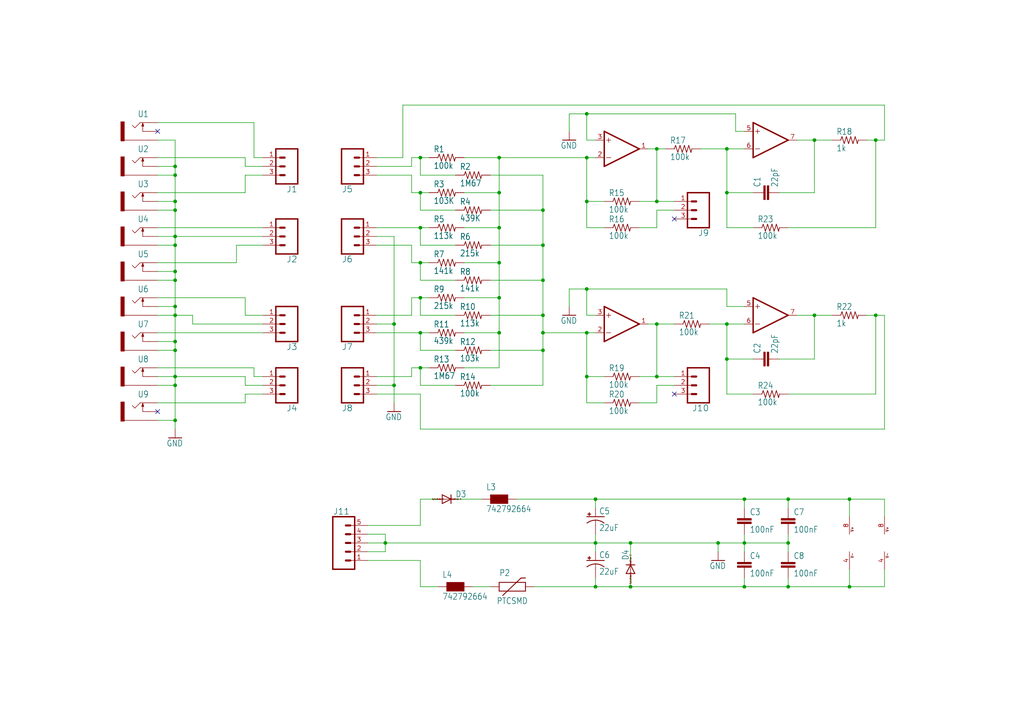
<source format=kicad_sch>
(kicad_sch (version 20231120) (generator "eeschema") (generator_version "8.0")
  (paper "A4")
  (lib_symbols
    (symbol "TXn_v1.2-eagle-import:CAP0603-CAP"
      (property "Reference" "C" (at 1.524 2.921 0))
      (symbol "CAP0603-CAP_1_0"
        (rectangle (start -2.032 0.508) (end 2.032 1.016) (fill (type outline)))
        (rectangle (start -2.032 1.524) (end 2.032 2.032) (fill (type outline)))
        (polyline (pts (xy 0 0) (xy 0 0.508)) (stroke (width 0.1524)))
        (polyline (pts (xy 0 2.54) (xy 0 2.032)) (stroke (width 0.1524)))
        (pin passive line (at 0 5.08 270) (length 2.54) (name "1") (number "1"))
        (pin passive line (at 0 -2.54 90) (length 2.54) (name "2") (number "2"))
      )
    )
    (symbol "TXn_v1.2-eagle-import:CONN_031X03_NO_SILK"
      (property "Reference" "J" (at -2.54 5.588 0))
      (symbol "CONN_031X03_NO_SILK_1_0"
        (polyline (pts (xy -2.54 5.08) (xy -2.54 -5.08)) (stroke (width 0.4064)))
        (polyline (pts (xy -2.54 5.08) (xy 3.81 5.08)) (stroke (width 0.4064)))
        (polyline (pts (xy 1.27 -2.54) (xy 2.54 -2.54)) (stroke (width 0.6096)))
        (polyline (pts (xy 1.27 0) (xy 2.54 0)) (stroke (width 0.6096)))
        (polyline (pts (xy 1.27 2.54) (xy 2.54 2.54)) (stroke (width 0.6096)))
        (polyline (pts (xy 3.81 -5.08) (xy -2.54 -5.08)) (stroke (width 0.4064)))
        (polyline (pts (xy 3.81 -5.08) (xy 3.81 5.08)) (stroke (width 0.4064)))
        (pin passive line (at 7.62 -2.54 180) (length 5.08) (name "1") (number "1"))
        (pin passive line (at 7.62 0 180) (length 5.08) (name "2") (number "2"))
        (pin passive line (at 7.62 2.54 180) (length 5.08) (name "3") (number "3"))
      )
    )
    (symbol "TXn_v1.2-eagle-import:CONN_05NO_SILK"
      (property "Reference" "J" (at -2.54 8.128 0))
      (symbol "CONN_05NO_SILK_1_0"
        (polyline (pts (xy -2.54 7.62) (xy -2.54 -7.62)) (stroke (width 0.4064)))
        (polyline (pts (xy -2.54 7.62) (xy 3.81 7.62)) (stroke (width 0.4064)))
        (polyline (pts (xy 1.27 -5.08) (xy 2.54 -5.08)) (stroke (width 0.6096)))
        (polyline (pts (xy 1.27 -2.54) (xy 2.54 -2.54)) (stroke (width 0.6096)))
        (polyline (pts (xy 1.27 0) (xy 2.54 0)) (stroke (width 0.6096)))
        (polyline (pts (xy 1.27 2.54) (xy 2.54 2.54)) (stroke (width 0.6096)))
        (polyline (pts (xy 1.27 5.08) (xy 2.54 5.08)) (stroke (width 0.6096)))
        (polyline (pts (xy 3.81 -7.62) (xy -2.54 -7.62)) (stroke (width 0.4064)))
        (polyline (pts (xy 3.81 -7.62) (xy 3.81 7.62)) (stroke (width 0.4064)))
        (pin passive line (at 7.62 -5.08 180) (length 5.08) (name "1") (number "1"))
        (pin passive line (at 7.62 -2.54 180) (length 5.08) (name "2") (number "2"))
        (pin passive line (at 7.62 0 180) (length 5.08) (name "3") (number "3"))
        (pin passive line (at 7.62 2.54 180) (length 5.08) (name "4") (number "4"))
        (pin passive line (at 7.62 5.08 180) (length 5.08) (name "5") (number "5"))
      )
    )
    (symbol "TXn_v1.2-eagle-import:CPOL-USB"
      (property "Reference" "C" (at 1.016 0.635 0))
      (symbol "CPOL-USB_1_0"
        (rectangle (start -2.253 0.668) (end -1.364 0.795) (fill (type outline)))
        (rectangle (start -1.872 0.287) (end -1.745 1.176) (fill (type outline)))
        (arc (start 0 -1.0161) (mid -1.3021 -1.2303) (end -2.4669 -1.8504) (stroke (width 0.254)))
        (polyline (pts (xy -2.54 0) (xy 2.54 0)) (stroke (width 0.254)))
        (polyline (pts (xy 0 -1.016) (xy 0 -2.54)) (stroke (width 0.1524)))
        (arc (start 2.4892 -1.8541) (mid 1.3158 -1.2194) (end 0 -1) (stroke (width 0.254)))
        (pin passive line (at 0 2.54 270) (length 2.54) (name "+") (number "+"))
        (pin passive line (at 0 -5.08 90) (length 2.54) (name "-") (number "-"))
      )
    )
    (symbol "TXn_v1.2-eagle-import:DIODE-SOD123"
      (property "Reference" "D" (at 2.54 0.4826 0))
      (symbol "DIODE-SOD123_1_0"
        (polyline (pts (xy -1.27 -1.27) (xy 1.27 0)) (stroke (width 0.254)))
        (polyline (pts (xy -1.27 1.27) (xy -1.27 -1.27)) (stroke (width 0.254)))
        (polyline (pts (xy 1.27 0) (xy -1.27 1.27)) (stroke (width 0.254)))
        (polyline (pts (xy 1.27 0) (xy 1.27 -1.27)) (stroke (width 0.254)))
        (polyline (pts (xy 1.27 1.27) (xy 1.27 0)) (stroke (width 0.254)))
        (text "SpiceOrder 1" (at -2.54 0 0) (effects (font (size 0.4064 0.3454))))
        (text "SpiceOrder 2" (at 2.54 0 0) (effects (font (size 0.4064 0.3454))))
        (pin passive line (at -2.54 0 0) (length 2.54) (name "A") (number "A"))
        (pin passive line (at 2.54 0 180) (length 2.54) (name "C") (number "C"))
      )
    )
    (symbol "TXn_v1.2-eagle-import:GND" (power)
      (symbol "GND_1_0"
        (polyline (pts (xy -1.905 0) (xy 1.905 0)) (stroke (width 0.254)))
        (pin power_in line (at 0 2.54 270) (length 2.54) (name "GND") (number "1"))
      )
    )
    (symbol "TXn_v1.2-eagle-import:PTCSMD"
      (property "Reference" "F" (at -2.54 3.048 0))
      (symbol "PTCSMD_1_0"
        (polyline (pts (xy -2.54 -1.27) (xy -2.54 1.27)) (stroke (width 0.254)))
        (polyline (pts (xy -2.54 1.27) (xy 5.08 1.27)) (stroke (width 0.254)))
        (polyline (pts (xy -1.524 -2.54) (xy 3.81 2.54)) (stroke (width 0.254)))
        (polyline (pts (xy 3.81 2.54) (xy 5.08 2.54)) (stroke (width 0.254)))
        (polyline (pts (xy 5.08 -1.27) (xy -2.54 -1.27)) (stroke (width 0.254)))
        (polyline (pts (xy 5.08 1.27) (xy 5.08 -1.27)) (stroke (width 0.254)))
        (pin bidirectional line (at -5.08 0 0) (length 2.54) (name "1") (number "1"))
        (pin bidirectional line (at 7.62 0 180) (length 2.54) (name "2") (number "2"))
      )
    )
    (symbol "TXn_v1.2-eagle-import:R-US_R0603"
      (property "Reference" "R" (at -3.81 1.4986 0))
      (symbol "R-US_R0603_1_0"
        (polyline (pts (xy -2.54 0) (xy -2.159 1.016)) (stroke (width 0.2032)))
        (polyline (pts (xy -2.159 1.016) (xy -1.524 -1.016)) (stroke (width 0.2032)))
        (polyline (pts (xy -1.524 -1.016) (xy -0.889 1.016)) (stroke (width 0.2032)))
        (polyline (pts (xy -0.889 1.016) (xy -0.254 -1.016)) (stroke (width 0.2032)))
        (polyline (pts (xy -0.254 -1.016) (xy 0.381 1.016)) (stroke (width 0.2032)))
        (polyline (pts (xy 0.381 1.016) (xy 1.016 -1.016)) (stroke (width 0.2032)))
        (polyline (pts (xy 1.016 -1.016) (xy 1.651 1.016)) (stroke (width 0.2032)))
        (polyline (pts (xy 1.651 1.016) (xy 2.286 -1.016)) (stroke (width 0.2032)))
        (polyline (pts (xy 2.286 -1.016) (xy 2.54 0)) (stroke (width 0.2032)))
        (pin passive line (at -5.08 0 0) (length 2.54) (name "1") (number "1"))
        (pin passive line (at 5.08 0 180) (length 2.54) (name "2") (number "2"))
      )
    )
    (symbol "TXn_v1.2-eagle-import:SparkFun-Aesthetics_GND" (power)
      (symbol "SparkFun-Aesthetics_GND_1_0"
        (polyline (pts (xy -1.905 0) (xy 1.905 0)) (stroke (width 0.254)))
        (pin power_in line (at 0 2.54 270) (length 2.54) (name "GND") (number "1"))
      )
    )
    (symbol "TXn_v1.2-eagle-import:THONKICONNLEFT"
      (property "Reference" "U" (at -2.54 4.064 0))
      (symbol "THONKICONNLEFT_1_0"
        (polyline (pts (xy -2.54 -2.54) (xy 4.572 -2.54)) (stroke (width 0.1524)))
        (polyline (pts (xy -2.54 0) (xy -0.762 0)) (stroke (width 0.1524)))
        (polyline (pts (xy -2.54 2.54) (xy 0 2.54)) (stroke (width 0.1524)))
        (polyline (pts (xy -1.016 1.524) (xy -0.508 1.524)) (stroke (width 0.254)))
        (polyline (pts (xy -0.762 0) (xy -0.762 2.286)) (stroke (width 0.1524)))
        (polyline (pts (xy -0.762 2.286) (xy -1.016 1.524)) (stroke (width 0.254)))
        (polyline (pts (xy -0.508 1.524) (xy -0.762 2.286)) (stroke (width 0.254)))
        (polyline (pts (xy 0 2.54) (xy 1.524 1.016)) (stroke (width 0.1524)))
        (polyline (pts (xy 1.524 1.016) (xy 2.286 1.778)) (stroke (width 0.1524)))
        (rectangle (start 4.572 2.794) (end 5.588 -2.794) (fill (type outline)))
        (pin passive line (at -5.08 2.54 0) (length 2.54) (name "TIP") (number "P$1_TIP"))
        (pin passive line (at -5.08 0 0) (length 2.54) (name "SWITCH") (number "P$2_SWITCH"))
        (pin passive line (at -5.08 -2.54 0) (length 2.54) (name "SLEEVE") (number "P$3_SLEEVE"))
      )
    )
    (symbol "TXn_v1.2-eagle-import:TL072D"
      (symbol "TL072D_1_0"
        (polyline (pts (xy -5.08 -5.08) (xy 5.08 0)) (stroke (width 0.4064)))
        (polyline (pts (xy -5.08 5.08) (xy -5.08 -5.08)) (stroke (width 0.4064)))
        (polyline (pts (xy -4.445 -2.54) (xy -3.175 -2.54)) (stroke (width 0.1524)))
        (polyline (pts (xy -4.445 2.54) (xy -3.175 2.54)) (stroke (width 0.1524)))
        (polyline (pts (xy -3.81 3.175) (xy -3.81 1.905)) (stroke (width 0.1524)))
        (polyline (pts (xy 5.08 0) (xy -5.08 5.08)) (stroke (width 0.4064)))
        (pin output line (at 7.62 0 180) (length 2.54) (name "OUT") (number "1"))
        (pin input line (at -7.62 -2.54 0) (length 2.54) (name "-IN") (number "2"))
        (pin input line (at -7.62 2.54 0) (length 2.54) (name "+IN") (number "3"))
      )
      (symbol "TL072D_2_0"
        (polyline (pts (xy -5.08 -5.08) (xy 5.08 0)) (stroke (width 0.4064)))
        (polyline (pts (xy -5.08 5.08) (xy -5.08 -5.08)) (stroke (width 0.4064)))
        (polyline (pts (xy -4.445 -2.54) (xy -3.175 -2.54)) (stroke (width 0.1524)))
        (polyline (pts (xy -4.445 2.54) (xy -3.175 2.54)) (stroke (width 0.1524)))
        (polyline (pts (xy -3.81 3.175) (xy -3.81 1.905)) (stroke (width 0.1524)))
        (polyline (pts (xy 5.08 0) (xy -5.08 5.08)) (stroke (width 0.4064)))
        (pin input line (at -7.62 2.54 0) (length 2.54) (name "+IN") (number "5"))
        (pin input line (at -7.62 -2.54 0) (length 2.54) (name "-IN") (number "6"))
        (pin output line (at 7.62 0 180) (length 2.54) (name "OUT") (number "7"))
      )
      (symbol "TL072D_3_0"
        (text "V+" (at 1.27 3.175 900) (effects (font (size 0.8128 0.6908)) (justify left bottom)))
        (text "V-" (at 1.27 -4.445 900) (effects (font (size 0.8128 0.6908)) (justify left bottom)))
        (pin power_in line (at 0 -7.62 90) (length 5.08) (name "V-") (number "4"))
        (pin power_in line (at 0 7.62 270) (length 5.08) (name "V+") (number "8"))
      )
    )
    (symbol "TXn_v1.2-eagle-import:WE-CBF_0603"
      (property "Reference" "L" (at -3.81 5.08 0))
      (symbol "WE-CBF_0603_1_0"
        (rectangle (start -2.54 1.27) (end 2.54 3.81) (fill (type outline)))
        (pin passive line (at -5.08 2.54 0) (length 2.54) (name "1") (number "1"))
        (pin passive line (at 5.08 2.54 180) (length 2.54) (name "2") (number "2"))
      )
    )
  )
  (junction (at 50.8 101.6))
  (junction (at 50.8 99.06))
  (junction (at 190.5 93.98))
  (junction (at 254 40.64))
  (junction (at 190.5 43.18))
  (junction (at 172.72 157.48))
  (junction (at 144.78 86.36))
  (junction (at 210.82 43.18))
  (junction (at 144.78 55.88))
  (junction (at 50.8 68.58))
  (junction (at 50.8 88.9))
  (junction (at 157.48 91.44))
  (junction (at 50.8 71.12))
  (junction (at 190.5 109.22))
  (junction (at 170.18 109.22))
  (junction (at 50.8 91.44))
  (junction (at 144.78 45.72))
  (junction (at 121.92 76.2))
  (junction (at 228.6 170.18))
  (junction (at 157.48 101.6))
  (junction (at 157.48 96.52))
  (junction (at 210.82 104.14))
  (junction (at 182.88 157.48))
  (junction (at 236.22 40.64))
  (junction (at 144.78 96.52))
  (junction (at 236.22 91.44))
  (junction (at 215.9 157.48))
  (junction (at 114.3 111.76))
  (junction (at 50.8 50.8))
  (junction (at 246.38 144.78))
  (junction (at 50.8 121.92))
  (junction (at 50.8 109.22))
  (junction (at 121.92 66.04))
  (junction (at 170.18 96.52))
  (junction (at 208.28 157.48))
  (junction (at 121.92 96.52))
  (junction (at 228.6 157.48))
  (junction (at 121.92 45.72))
  (junction (at 172.72 144.78))
  (junction (at 50.8 111.76))
  (junction (at 50.8 58.42))
  (junction (at 121.92 55.88))
  (junction (at 246.38 170.18))
  (junction (at 50.8 78.74))
  (junction (at 114.3 93.98))
  (junction (at 121.92 86.36))
  (junction (at 50.8 60.96))
  (junction (at 215.9 170.18))
  (junction (at 50.8 48.26))
  (junction (at 210.82 93.98))
  (junction (at 170.18 58.42))
  (junction (at 254 91.44))
  (junction (at 182.88 170.18))
  (junction (at 111.76 157.48))
  (junction (at 157.48 60.96))
  (junction (at 144.78 76.2))
  (junction (at 170.18 83.82))
  (junction (at 228.6 144.78))
  (junction (at 50.8 81.28))
  (junction (at 157.48 81.28))
  (junction (at 157.48 71.12))
  (junction (at 210.82 55.88))
  (junction (at 172.72 170.18))
  (junction (at 215.9 144.78))
  (junction (at 121.92 106.68))
  (junction (at 144.78 66.04))
  (junction (at 190.5 58.42))
  (junction (at 170.18 33.02))
  (junction (at 170.18 45.72))
  (no_connect (at 195.58 114.3))
  (no_connect (at 195.58 63.5))
  (no_connect (at 45.72 38.1))
  (no_connect (at 45.72 119.38))
  (wire (pts (xy 210.82 88.9) (xy 210.82 83.82)) (stroke (width 0.1524)))
  (wire (pts (xy 45.72 121.92) (xy 50.8 121.92)) (stroke (width 0.1524)))
  (wire (pts (xy 73.66 106.68) (xy 73.66 109.22)) (stroke (width 0.1524)))
  (wire (pts (xy 210.82 66.04) (xy 218.44 66.04)) (stroke (width 0.1524)))
  (wire (pts (xy 50.8 99.06) (xy 50.8 101.6)) (stroke (width 0.1524)))
  (wire (pts (xy 185.42 116.84) (xy 190.5 116.84)) (stroke (width 0.1524)))
  (wire (pts (xy 190.5 60.96) (xy 195.58 60.96)) (stroke (width 0.1524)))
  (wire (pts (xy 256.54 124.46) (xy 121.92 124.46)) (stroke (width 0.1524)))
  (wire (pts (xy 134.62 96.52) (xy 144.78 96.52)) (stroke (width 0.1524)))
  (wire (pts (xy 190.5 111.76) (xy 195.58 111.76)) (stroke (width 0.1524)))
  (wire (pts (xy 228.6 157.48) (xy 228.6 154.94)) (stroke (width 0.1524)))
  (wire (pts (xy 121.92 71.12) (xy 132.08 71.12)) (stroke (width 0.1524)))
  (wire (pts (xy 208.28 157.48) (xy 215.9 157.48)) (stroke (width 0.1524)))
  (wire (pts (xy 121.92 86.36) (xy 124.46 86.36)) (stroke (width 0.1524)))
  (wire (pts (xy 109.22 45.72) (xy 116.84 45.72)) (stroke (width 0.1524)))
  (wire (pts (xy 236.22 40.64) (xy 241.3 40.64)) (stroke (width 0.1524)))
  (wire (pts (xy 215.9 147.32) (xy 215.9 144.78)) (stroke (width 0.1524)))
  (wire (pts (xy 170.18 33.02) (xy 213.36 33.02)) (stroke (width 0.1524)))
  (wire (pts (xy 111.76 154.94) (xy 106.68 154.94)) (stroke (width 0.1524)))
  (wire (pts (xy 256.54 170.18) (xy 256.54 165.1)) (stroke (width 0.1524)))
  (wire (pts (xy 254 40.64) (xy 251.46 40.64)) (stroke (width 0.1524)))
  (wire (pts (xy 45.72 96.52) (xy 76.2 96.52)) (stroke (width 0.1524)))
  (wire (pts (xy 121.92 111.76) (xy 132.08 111.76)) (stroke (width 0.1524)))
  (wire (pts (xy 228.6 66.04) (xy 254 66.04)) (stroke (width 0.1524)))
  (wire (pts (xy 45.72 111.76) (xy 50.8 111.76)) (stroke (width 0.1524)))
  (wire (pts (xy 121.92 81.28) (xy 132.08 81.28)) (stroke (width 0.1524)))
  (wire (pts (xy 228.6 170.18) (xy 228.6 167.64)) (stroke (width 0.1524)))
  (wire (pts (xy 121.92 86.36) (xy 121.92 91.44)) (stroke (width 0.1524)))
  (wire (pts (xy 157.48 71.12) (xy 157.48 81.28)) (stroke (width 0.1524)))
  (wire (pts (xy 142.24 81.28) (xy 157.48 81.28)) (stroke (width 0.1524)))
  (wire (pts (xy 45.72 48.26) (xy 50.8 48.26)) (stroke (width 0.1524)))
  (wire (pts (xy 157.48 91.44) (xy 157.48 96.52)) (stroke (width 0.1524)))
  (wire (pts (xy 121.92 106.68) (xy 121.92 111.76)) (stroke (width 0.1524)))
  (wire (pts (xy 190.5 109.22) (xy 190.5 93.98)) (stroke (width 0.1524)))
  (wire (pts (xy 109.22 71.12) (xy 119.38 71.12)) (stroke (width 0.1524)))
  (wire (pts (xy 170.18 58.42) (xy 170.18 66.04)) (stroke (width 0.1524)))
  (wire (pts (xy 121.92 45.72) (xy 121.92 50.8)) (stroke (width 0.1524)))
  (wire (pts (xy 228.6 144.78) (xy 228.6 147.32)) (stroke (width 0.1524)))
  (wire (pts (xy 50.8 68.58) (xy 50.8 71.12)) (stroke (width 0.1524)))
  (wire (pts (xy 45.72 101.6) (xy 50.8 101.6)) (stroke (width 0.1524)))
  (wire (pts (xy 50.8 78.74) (xy 50.8 81.28)) (stroke (width 0.1524)))
  (wire (pts (xy 210.82 55.88) (xy 210.82 66.04)) (stroke (width 0.1524)))
  (wire (pts (xy 50.8 40.64) (xy 50.8 48.26)) (stroke (width 0.1524)))
  (wire (pts (xy 228.6 157.48) (xy 228.6 160.02)) (stroke (width 0.1524)))
  (wire (pts (xy 149.86 144.78) (xy 172.72 144.78)) (stroke (width 0.1524)))
  (wire (pts (xy 182.88 157.48) (xy 172.72 157.48)) (stroke (width 0.1524)))
  (wire (pts (xy 236.22 55.88) (xy 236.22 40.64)) (stroke (width 0.1524)))
  (wire (pts (xy 142.24 91.44) (xy 157.48 91.44)) (stroke (width 0.1524)))
  (wire (pts (xy 226.06 55.88) (xy 236.22 55.88)) (stroke (width 0.1524)))
  (wire (pts (xy 119.38 76.2) (xy 121.92 76.2)) (stroke (width 0.1524)))
  (wire (pts (xy 144.78 55.88) (xy 144.78 66.04)) (stroke (width 0.1524)))
  (wire (pts (xy 210.82 104.14) (xy 218.44 104.14)) (stroke (width 0.1524)))
  (wire (pts (xy 170.18 91.44) (xy 170.18 83.82)) (stroke (width 0.1524)))
  (wire (pts (xy 172.72 144.78) (xy 215.9 144.78)) (stroke (width 0.1524)))
  (wire (pts (xy 121.92 50.8) (xy 132.08 50.8)) (stroke (width 0.1524)))
  (wire (pts (xy 231.14 40.64) (xy 236.22 40.64)) (stroke (width 0.1524)))
  (wire (pts (xy 45.72 88.9) (xy 50.8 88.9)) (stroke (width 0.1524)))
  (wire (pts (xy 157.48 101.6) (xy 157.48 111.76)) (stroke (width 0.1524)))
  (wire (pts (xy 45.72 99.06) (xy 50.8 99.06)) (stroke (width 0.1524)))
  (wire (pts (xy 182.88 170.18) (xy 215.9 170.18)) (stroke (width 0.1524)))
  (wire (pts (xy 182.88 167.64) (xy 182.88 170.18)) (stroke (width 0.1524)))
  (wire (pts (xy 210.82 93.98) (xy 215.9 93.98)) (stroke (width 0.1524)))
  (wire (pts (xy 119.38 106.68) (xy 121.92 106.68)) (stroke (width 0.1524)))
  (wire (pts (xy 157.48 96.52) (xy 170.18 96.52)) (stroke (width 0.1524)))
  (wire (pts (xy 45.72 40.64) (xy 50.8 40.64)) (stroke (width 0.1524)))
  (wire (pts (xy 114.3 111.76) (xy 114.3 116.84)) (stroke (width 0.1524)))
  (wire (pts (xy 71.12 45.72) (xy 71.12 48.26)) (stroke (width 0.1524)))
  (wire (pts (xy 121.92 66.04) (xy 121.92 71.12)) (stroke (width 0.1524)))
  (wire (pts (xy 170.18 83.82) (xy 165.1 83.82)) (stroke (width 0.1524)))
  (wire (pts (xy 55.88 93.98) (xy 76.2 93.98)) (stroke (width 0.1524)))
  (wire (pts (xy 121.92 91.44) (xy 132.08 91.44)) (stroke (width 0.1524)))
  (wire (pts (xy 106.68 162.56) (xy 121.92 162.56)) (stroke (width 0.1524)))
  (wire (pts (xy 121.92 170.18) (xy 127 170.18)) (stroke (width 0.1524)))
  (wire (pts (xy 106.68 157.48) (xy 111.76 157.48)) (stroke (width 0.1524)))
  (wire (pts (xy 170.18 40.64) (xy 170.18 33.02)) (stroke (width 0.1524)))
  (wire (pts (xy 208.28 157.48) (xy 208.28 160.02)) (stroke (width 0.1524)))
  (wire (pts (xy 170.18 96.52) (xy 170.18 109.22)) (stroke (width 0.1524)))
  (wire (pts (xy 109.22 68.58) (xy 114.3 68.58)) (stroke (width 0.1524)))
  (wire (pts (xy 73.66 35.56) (xy 45.72 35.56)) (stroke (width 0.1524)))
  (wire (pts (xy 134.62 76.2) (xy 144.78 76.2)) (stroke (width 0.1524)))
  (wire (pts (xy 68.58 76.2) (xy 68.58 71.12)) (stroke (width 0.1524)))
  (wire (pts (xy 119.38 45.72) (xy 121.92 45.72)) (stroke (width 0.1524)))
  (wire (pts (xy 50.8 109.22) (xy 50.8 111.76)) (stroke (width 0.1524)))
  (wire (pts (xy 109.22 114.3) (xy 121.92 114.3)) (stroke (width 0.1524)))
  (wire (pts (xy 185.42 66.04) (xy 190.5 66.04)) (stroke (width 0.1524)))
  (wire (pts (xy 121.92 144.78) (xy 121.92 152.4)) (stroke (width 0.1524)))
  (wire (pts (xy 121.92 55.88) (xy 121.92 60.96)) (stroke (width 0.1524)))
  (wire (pts (xy 73.66 109.22) (xy 76.2 109.22)) (stroke (width 0.1524)))
  (wire (pts (xy 170.18 96.52) (xy 172.72 96.52)) (stroke (width 0.1524)))
  (wire (pts (xy 231.14 91.44) (xy 236.22 91.44)) (stroke (width 0.1524)))
  (wire (pts (xy 170.18 58.42) (xy 175.26 58.42)) (stroke (width 0.1524)))
  (wire (pts (xy 71.12 91.44) (xy 76.2 91.44)) (stroke (width 0.1524)))
  (wire (pts (xy 144.78 66.04) (xy 144.78 76.2)) (stroke (width 0.1524)))
  (wire (pts (xy 190.5 116.84) (xy 190.5 111.76)) (stroke (width 0.1524)))
  (wire (pts (xy 121.92 66.04) (xy 124.46 66.04)) (stroke (width 0.1524)))
  (wire (pts (xy 114.3 68.58) (xy 114.3 93.98)) (stroke (width 0.1524)))
  (wire (pts (xy 213.36 38.1) (xy 215.9 38.1)) (stroke (width 0.1524)))
  (wire (pts (xy 170.18 45.72) (xy 144.78 45.72)) (stroke (width 0.1524)))
  (wire (pts (xy 50.8 60.96) (xy 50.8 68.58)) (stroke (width 0.1524)))
  (wire (pts (xy 121.92 162.56) (xy 121.92 170.18)) (stroke (width 0.1524)))
  (wire (pts (xy 144.78 76.2) (xy 144.78 86.36)) (stroke (width 0.1524)))
  (wire (pts (xy 210.82 55.88) (xy 218.44 55.88)) (stroke (width 0.1524)))
  (wire (pts (xy 45.72 91.44) (xy 50.8 91.44)) (stroke (width 0.1524)))
  (wire (pts (xy 114.3 93.98) (xy 114.3 111.76)) (stroke (width 0.1524)))
  (wire (pts (xy 119.38 86.36) (xy 121.92 86.36)) (stroke (width 0.1524)))
  (wire (pts (xy 71.12 55.88) (xy 71.12 50.8)) (stroke (width 0.1524)))
  (wire (pts (xy 228.6 170.18) (xy 246.38 170.18)) (stroke (width 0.1524)))
  (wire (pts (xy 165.1 83.82) (xy 165.1 88.9)) (stroke (width 0.1524)))
  (wire (pts (xy 256.54 30.48) (xy 116.84 30.48)) (stroke (width 0.1524)))
  (wire (pts (xy 210.82 43.18) (xy 215.9 43.18)) (stroke (width 0.1524)))
  (wire (pts (xy 121.92 144.78) (xy 127 144.78)) (stroke (width 0.1524)))
  (wire (pts (xy 144.78 45.72) (xy 144.78 55.88)) (stroke (width 0.1524)))
  (wire (pts (xy 45.72 58.42) (xy 50.8 58.42)) (stroke (width 0.1524)))
  (wire (pts (xy 109.22 109.22) (xy 119.38 109.22)) (stroke (width 0.1524)))
  (wire (pts (xy 256.54 40.64) (xy 256.54 30.48)) (stroke (width 0.1524)))
  (wire (pts (xy 215.9 157.48) (xy 215.9 160.02)) (stroke (width 0.1524)))
  (wire (pts (xy 208.28 157.48) (xy 182.88 157.48)) (stroke (width 0.1524)))
  (wire (pts (xy 111.76 157.48) (xy 111.76 154.94)) (stroke (width 0.1524)))
  (wire (pts (xy 76.2 111.76) (xy 71.12 111.76)) (stroke (width 0.1524)))
  (wire (pts (xy 157.48 96.52) (xy 157.48 101.6)) (stroke (width 0.1524)))
  (wire (pts (xy 109.22 48.26) (xy 119.38 48.26)) (stroke (width 0.1524)))
  (wire (pts (xy 71.12 114.3) (xy 76.2 114.3)) (stroke (width 0.1524)))
  (wire (pts (xy 210.82 114.3) (xy 218.44 114.3)) (stroke (width 0.1524)))
  (wire (pts (xy 210.82 104.14) (xy 210.82 114.3)) (stroke (width 0.1524)))
  (wire (pts (xy 50.8 48.26) (xy 50.8 50.8)) (stroke (width 0.1524)))
  (wire (pts (xy 50.8 91.44) (xy 55.88 91.44)) (stroke (width 0.1524)))
  (wire (pts (xy 134.62 55.88) (xy 144.78 55.88)) (stroke (width 0.1524)))
  (wire (pts (xy 109.22 111.76) (xy 114.3 111.76)) (stroke (width 0.1524)))
  (wire (pts (xy 215.9 170.18) (xy 228.6 170.18)) (stroke (width 0.1524)))
  (wire (pts (xy 157.48 50.8) (xy 157.48 60.96)) (stroke (width 0.1524)))
  (wire (pts (xy 170.18 33.02) (xy 165.1 33.02)) (stroke (width 0.1524)))
  (wire (pts (xy 55.88 91.44) (xy 55.88 93.98)) (stroke (width 0.1524)))
  (wire (pts (xy 170.18 109.22) (xy 175.26 109.22)) (stroke (width 0.1524)))
  (wire (pts (xy 109.22 96.52) (xy 121.92 96.52)) (stroke (width 0.1524)))
  (wire (pts (xy 132.08 144.78) (xy 139.7 144.78)) (stroke (width 0.1524)))
  (wire (pts (xy 144.78 96.52) (xy 144.78 106.68)) (stroke (width 0.1524)))
  (wire (pts (xy 185.42 109.22) (xy 190.5 109.22)) (stroke (width 0.1524)))
  (wire (pts (xy 251.46 91.44) (xy 254 91.44)) (stroke (width 0.1524)))
  (wire (pts (xy 256.54 144.78) (xy 256.54 149.86)) (stroke (width 0.1524)))
  (wire (pts (xy 119.38 48.26) (xy 119.38 45.72)) (stroke (width 0.1524)))
  (wire (pts (xy 215.9 167.64) (xy 215.9 170.18)) (stroke (width 0.1524)))
  (wire (pts (xy 50.8 68.58) (xy 76.2 68.58)) (stroke (width 0.1524)))
  (wire (pts (xy 71.12 86.36) (xy 71.12 91.44)) (stroke (width 0.1524)))
  (wire (pts (xy 50.8 71.12) (xy 50.8 78.74)) (stroke (width 0.1524)))
  (wire (pts (xy 119.38 91.44) (xy 119.38 86.36)) (stroke (width 0.1524)))
  (wire (pts (xy 170.18 45.72) (xy 170.18 58.42)) (stroke (width 0.1524)))
  (wire (pts (xy 121.92 152.4) (xy 106.68 152.4)) (stroke (width 0.1524)))
  (wire (pts (xy 172.72 144.78) (xy 172.72 147.32)) (stroke (width 0.1524)))
  (wire (pts (xy 215.9 88.9) (xy 210.82 88.9)) (stroke (width 0.1524)))
  (wire (pts (xy 71.12 50.8) (xy 76.2 50.8)) (stroke (width 0.1524)))
  (wire (pts (xy 236.22 91.44) (xy 241.3 91.44)) (stroke (width 0.1524)))
  (wire (pts (xy 45.72 81.28) (xy 50.8 81.28)) (stroke (width 0.1524)))
  (wire (pts (xy 116.84 45.72) (xy 116.84 30.48)) (stroke (width 0.1524)))
  (wire (pts (xy 109.22 93.98) (xy 114.3 93.98)) (stroke (width 0.1524)))
  (wire (pts (xy 142.24 60.96) (xy 157.48 60.96)) (stroke (width 0.1524)))
  (wire (pts (xy 254 114.3) (xy 254 91.44)) (stroke (width 0.1524)))
  (wire (pts (xy 256.54 91.44) (xy 256.54 124.46)) (stroke (width 0.1524)))
  (wire (pts (xy 210.82 43.18) (xy 210.82 55.88)) (stroke (width 0.1524)))
  (wire (pts (xy 142.24 111.76) (xy 157.48 111.76)) (stroke (width 0.1524)))
  (wire (pts (xy 50.8 109.22) (xy 71.12 109.22)) (stroke (width 0.1524)))
  (wire (pts (xy 109.22 66.04) (xy 121.92 66.04)) (stroke (width 0.1524)))
  (wire (pts (xy 144.78 86.36) (xy 144.78 96.52)) (stroke (width 0.1524)))
  (wire (pts (xy 215.9 157.48) (xy 228.6 157.48)) (stroke (width 0.1524)))
  (wire (pts (xy 45.72 116.84) (xy 71.12 116.84)) (stroke (width 0.1524)))
  (wire (pts (xy 134.62 86.36) (xy 144.78 86.36)) (stroke (width 0.1524)))
  (wire (pts (xy 119.38 109.22) (xy 119.38 106.68)) (stroke (width 0.1524)))
  (wire (pts (xy 236.22 104.14) (xy 236.22 91.44)) (stroke (width 0.1524)))
  (wire (pts (xy 205.74 93.98) (xy 210.82 93.98)) (stroke (width 0.1524)))
  (wire (pts (xy 119.38 55.88) (xy 121.92 55.88)) (stroke (width 0.1524)))
  (wire (pts (xy 50.8 50.8) (xy 50.8 58.42)) (stroke (width 0.1524)))
  (wire (pts (xy 50.8 81.28) (xy 50.8 88.9)) (stroke (width 0.1524)))
  (wire (pts (xy 170.18 116.84) (xy 175.26 116.84)) (stroke (width 0.1524)))
  (wire (pts (xy 109.22 91.44) (xy 119.38 91.44)) (stroke (width 0.1524)))
  (wire (pts (xy 50.8 88.9) (xy 50.8 91.44)) (stroke (width 0.1524)))
  (wire (pts (xy 154.94 170.18) (xy 172.72 170.18)) (stroke (width 0.1524)))
  (wire (pts (xy 45.72 68.58) (xy 50.8 68.58)) (stroke (width 0.1524)))
  (wire (pts (xy 45.72 71.12) (xy 50.8 71.12)) (stroke (width 0.1524)))
  (wire (pts (xy 213.36 33.02) (xy 213.36 38.1)) (stroke (width 0.1524)))
  (wire (pts (xy 71.12 116.84) (xy 71.12 114.3)) (stroke (width 0.1524)))
  (wire (pts (xy 170.18 109.22) (xy 170.18 116.84)) (stroke (width 0.1524)))
  (wire (pts (xy 45.72 60.96) (xy 50.8 60.96)) (stroke (width 0.1524)))
  (wire (pts (xy 172.72 45.72) (xy 170.18 45.72)) (stroke (width 0.1524)))
  (wire (pts (xy 190.5 58.42) (xy 190.5 43.18)) (stroke (width 0.1524)))
  (wire (pts (xy 45.72 76.2) (xy 68.58 76.2)) (stroke (width 0.1524)))
  (wire (pts (xy 210.82 93.98) (xy 210.82 104.14)) (stroke (width 0.1524)))
  (wire (pts (xy 121.92 60.96) (xy 132.08 60.96)) (stroke (width 0.1524)))
  (wire (pts (xy 137.16 170.18) (xy 142.24 170.18)) (stroke (width 0.1524)))
  (wire (pts (xy 142.24 50.8) (xy 157.48 50.8)) (stroke (width 0.1524)))
  (wire (pts (xy 203.2 43.18) (xy 210.82 43.18)) (stroke (width 0.1524)))
  (wire (pts (xy 172.72 167.64) (xy 172.72 170.18)) (stroke (width 0.1524)))
  (wire (pts (xy 134.62 45.72) (xy 144.78 45.72)) (stroke (width 0.1524)))
  (wire (pts (xy 119.38 50.8) (xy 119.38 55.88)) (stroke (width 0.1524)))
  (wire (pts (xy 45.72 106.68) (xy 73.66 106.68)) (stroke (width 0.1524)))
  (wire (pts (xy 187.96 93.98) (xy 190.5 93.98)) (stroke (width 0.1524)))
  (wire (pts (xy 121.92 76.2) (xy 124.46 76.2)) (stroke (width 0.1524)))
  (wire (pts (xy 142.24 101.6) (xy 157.48 101.6)) (stroke (width 0.1524)))
  (wire (pts (xy 210.82 83.82) (xy 170.18 83.82)) (stroke (width 0.1524)))
  (wire (pts (xy 111.76 160.02) (xy 111.76 157.48)) (stroke (width 0.1524)))
  (wire (pts (xy 185.42 58.42) (xy 190.5 58.42)) (stroke (width 0.1524)))
  (wire (pts (xy 165.1 33.02) (xy 165.1 38.1)) (stroke (width 0.1524)))
  (wire (pts (xy 190.5 109.22) (xy 195.58 109.22)) (stroke (width 0.1524)))
  (wire (pts (xy 71.12 48.26) (xy 76.2 48.26)) (stroke (width 0.1524)))
  (wire (pts (xy 254 40.64) (xy 256.54 40.64)) (stroke (width 0.1524)))
  (wire (pts (xy 254 66.04) (xy 254 40.64)) (stroke (width 0.1524)))
  (wire (pts (xy 172.72 170.18) (xy 182.88 170.18)) (stroke (width 0.1524)))
  (wire (pts (xy 45.72 50.8) (xy 50.8 50.8)) (stroke (width 0.1524)))
  (wire (pts (xy 45.72 78.74) (xy 50.8 78.74)) (stroke (width 0.1524)))
  (wire (pts (xy 172.72 160.02) (xy 172.72 157.48)) (stroke (width 0.1524)))
  (wire (pts (xy 142.24 71.12) (xy 157.48 71.12)) (stroke (width 0.1524)))
  (wire (pts (xy 76.2 45.72) (xy 73.66 45.72)) (stroke (width 0.1524)))
  (wire (pts (xy 121.92 114.3) (xy 121.92 124.46)) (stroke (width 0.1524)))
  (wire (pts (xy 254 91.44) (xy 256.54 91.44)) (stroke (width 0.1524)))
  (wire (pts (xy 215.9 157.48) (xy 215.9 154.94)) (stroke (width 0.1524)))
  (wire (pts (xy 121.92 101.6) (xy 132.08 101.6)) (stroke (width 0.1524)))
  (wire (pts (xy 119.38 71.12) (xy 119.38 76.2)) (stroke (width 0.1524)))
  (wire (pts (xy 190.5 93.98) (xy 195.58 93.98)) (stroke (width 0.1524)))
  (wire (pts (xy 68.58 71.12) (xy 76.2 71.12)) (stroke (width 0.1524)))
  (wire (pts (xy 121.92 96.52) (xy 124.46 96.52)) (stroke (width 0.1524)))
  (wire (pts (xy 134.62 106.68) (xy 144.78 106.68)) (stroke (width 0.1524)))
  (wire (pts (xy 121.92 55.88) (xy 124.46 55.88)) (stroke (width 0.1524)))
  (wire (pts (xy 157.48 60.96) (xy 157.48 71.12)) (stroke (width 0.1524)))
  (wire (pts (xy 45.72 66.04) (xy 76.2 66.04)) (stroke (width 0.1524)))
  (wire (pts (xy 45.72 45.72) (xy 71.12 45.72)) (stroke (width 0.1524)))
  (wire (pts (xy 109.22 50.8) (xy 119.38 50.8)) (stroke (width 0.1524)))
  (wire (pts (xy 246.38 144.78) (xy 256.54 144.78)) (stroke (width 0.1524)))
  (wire (pts (xy 246.38 170.18) (xy 246.38 165.1)) (stroke (width 0.1524)))
  (wire (pts (xy 50.8 111.76) (xy 50.8 121.92)) (stroke (width 0.1524)))
  (wire (pts (xy 50.8 101.6) (xy 50.8 109.22)) (stroke (width 0.1524)))
  (wire (pts (xy 170.18 66.04) (xy 175.26 66.04)) (stroke (width 0.1524)))
  (wire (pts (xy 172.72 91.44) (xy 170.18 91.44)) (stroke (width 0.1524)))
  (wire (pts (xy 50.8 121.92) (xy 50.8 124.46)) (stroke (width 0.1524)))
  (wire (pts (xy 190.5 43.18) (xy 193.04 43.18)) (stroke (width 0.1524)))
  (wire (pts (xy 121.92 96.52) (xy 121.92 101.6)) (stroke (width 0.1524)))
  (wire (pts (xy 228.6 114.3) (xy 254 114.3)) (stroke (width 0.1524)))
  (wire (pts (xy 134.62 66.04) (xy 144.78 66.04)) (stroke (width 0.1524)))
  (wire (pts (xy 226.06 104.14) (xy 236.22 104.14)) (stroke (width 0.1524)))
  (wire (pts (xy 172.72 40.64) (xy 170.18 40.64)) (stroke (width 0.1524)))
  (wire (pts (xy 172.72 154.94) (xy 172.72 157.48)) (stroke (width 0.1524)))
  (wire (pts (xy 71.12 111.76) (xy 71.12 109.22)) (stroke (width 0.1524)))
  (wire (pts (xy 172.72 157.48) (xy 111.76 157.48)) (stroke (width 0.1524)))
  (wire (pts (xy 45.72 109.22) (xy 50.8 109.22)) (stroke (width 0.1524)))
  (wire (pts (xy 187.96 43.18) (xy 190.5 43.18)) (stroke (width 0.1524)))
  (wire (pts (xy 246.38 170.18) (xy 256.54 170.18)) (stroke (width 0.1524)))
  (wire (pts (xy 45.72 86.36) (xy 71.12 86.36)) (stroke (width 0.1524)))
  (wire (pts (xy 50.8 91.44) (xy 50.8 99.06)) (stroke (width 0.1524)))
  (wire (pts (xy 121.92 106.68) (xy 124.46 106.68)) (stroke (width 0.1524)))
  (wire (pts (xy 121.92 76.2) (xy 121.92 81.28)) (stroke (width 0.1524)))
  (wire (pts (xy 195.58 58.42) (xy 190.5 58.42)) (stroke (width 0.1524)))
  (wire (pts (xy 190.5 66.04) (xy 190.5 60.96)) (stroke (width 0.1524)))
  (wire (pts (xy 73.66 45.72) (xy 73.66 35.56)) (stroke (width 0.1524)))
  (wire (pts (xy 157.48 81.28) (xy 157.48 91.44)) (stroke (width 0.1524)))
  (wire (pts (xy 45.72 55.88) (xy 71.12 55.88)) (stroke (width 0.1524)))
  (wire (pts (xy 246.38 149.86) (xy 246.38 144.78)) (stroke (width 0.1524)))
  (wire (pts (xy 121.92 45.72) (xy 124.46 45.72)) (stroke (width 0.1524)))
  (wire (pts (xy 106.68 160.02) (xy 111.76 160.02)) (stroke (width 0.1524)))
  (wire (pts (xy 50.8 58.42) (xy 50.8 60.96)) (stroke (width 0.1524)))
  (wire (pts (xy 215.9 144.78) (xy 228.6 144.78)) (stroke (width 0.1524)))
  (wire (pts (xy 182.88 162.56) (xy 182.88 157.48)) (stroke (width 0.1524)))
  (wire (pts (xy 228.6 144.78) (xy 246.38 144.78)) (stroke (width 0.1524)))
  (symbol (lib_id "TXn_v1.2-eagle-import:CONN_031X03_NO_SILK") (at 83.82 93.98 180) (unit 1)
    (property "Reference" "J3" (at 86.36 99.568 0) (effects (font (size 1.778 1.778)) (justify left bottom)))
    (property "Value" "CONN_031X03_NO_SILK" (effects (hide yes)))
    (property "Footprint" "TXn_v1.2:1X03_NO_SILK" (effects (hide yes)))
  )
  (symbol (lib_id "TXn_v1.2-eagle-import:CONN_031X03_NO_SILK") (at 101.6 48.26 0) (mirror x) (unit 1)
    (property "Reference" "J5" (at 99.06 53.848 0) (effects (font (size 1.778 1.778)) (justify left bottom)))
    (property "Value" "CONN_031X03_NO_SILK" (effects (hide yes)))
    (property "Footprint" "TXn_v1.2:1X03_NO_SILK" (effects (hide yes)))
  )
  (symbol (lib_id "TXn_v1.2-eagle-import:CONN_031X03_NO_SILK") (at 203.2 111.76 180) (unit 1)
    (property "Reference" "J10" (at 205.74 117.348 0) (effects (font (size 1.778 1.778)) (justify left bottom)))
    (property "Value" "CONN_031X03_NO_SILK" (effects (hide yes)))
    (property "Footprint" "TXn_v1.2:1X03_NO_SILK" (effects (hide yes)))
  )
  (symbol (lib_id "TXn_v1.2-eagle-import:THONKICONNLEFT") (at 40.64 119.38 0) (mirror y) (unit 1)
    (property "Reference" "U9" (at 43.18 115.316 0) (effects (font (size 1.778 1.5113)) (justify left bottom)))
    (property "Value" "THONKICONNLEFT" (effects (hide yes)))
    (property "Footprint" "TXn_v1.2:WQP-PJ301M-12_JACK_L" (effects (hide yes)))
  )
  (symbol (lib_id "TXn_v1.2-eagle-import:THONKICONNLEFT") (at 40.64 99.06 0) (mirror y) (unit 1)
    (property "Reference" "U7" (at 43.18 94.996 0) (effects (font (size 1.778 1.5113)) (justify left bottom)))
    (property "Value" "THONKICONNLEFT" (effects (hide yes)))
    (property "Footprint" "TXn_v1.2:WQP-PJ301M-12_JACK_L" (effects (hide yes)))
  )
  (symbol (lib_id "TXn_v1.2-eagle-import:GND") (at 50.8 127 0) (unit 1)
    (property "Reference" "#GND01" (effects (hide yes)))
    (property "Value" "GND" (at 48.26 129.54 0) (effects (font (size 1.778 1.5113)) (justify left bottom)))
  )
  (symbol (lib_id "TXn_v1.2-eagle-import:R-US_R0603") (at 137.16 111.76 0) (unit 1)
    (property "Reference" "R14" (at 133.35 110.2614 0) (effects (font (size 1.778 1.5113)) (justify left bottom)))
    (property "Value" "100k" (at 133.35 115.062 0) (effects (font (size 1.778 1.5113)) (justify left bottom)))
    (property "Footprint" "TXn_v1.2:R0603" (effects (hide yes)))
  )
  (symbol (lib_id "TXn_v1.2-eagle-import:R-US_R0603") (at 137.16 50.8 0) (unit 1)
    (property "Reference" "R2" (at 133.35 49.3014 0) (effects (font (size 1.778 1.5113)) (justify left bottom)))
    (property "Value" "1M67" (at 133.35 54.102 0) (effects (font (size 1.778 1.5113)) (justify left bottom)))
    (property "Footprint" "TXn_v1.2:R0603" (effects (hide yes)))
  )
  (symbol (lib_id "TXn_v1.2-eagle-import:R-US_R0603") (at 137.16 101.6 0) (unit 1)
    (property "Reference" "R12" (at 133.35 100.1014 0) (effects (font (size 1.778 1.5113)) (justify left bottom)))
    (property "Value" "103k" (at 133.35 104.902 0) (effects (font (size 1.778 1.5113)) (justify left bottom)))
    (property "Footprint" "TXn_v1.2:R0603" (effects (hide yes)))
  )
  (symbol (lib_id "TXn_v1.2-eagle-import:R-US_R0603") (at 246.38 40.64 0) (unit 1)
    (property "Reference" "R18" (at 242.57 39.1414 0) (effects (font (size 1.778 1.5113)) (justify left bottom)))
    (property "Value" "1k" (at 242.57 43.942 0) (effects (font (size 1.778 1.5113)) (justify left bottom)))
    (property "Footprint" "TXn_v1.2:R0603" (effects (hide yes)))
  )
  (symbol (lib_id "TXn_v1.2-eagle-import:WE-CBF_0603") (at 132.08 172.72 0) (unit 1)
    (property "Reference" "L4" (at 128.27 167.64 0) (effects (font (size 1.778 1.5113)) (justify left bottom)))
    (property "Value" "742792664" (at 128.27 173.99 0) (effects (font (size 1.778 1.5113)) (justify left bottom)))
    (property "Footprint" "TXn_v1.2:0603" (effects (hide yes)))
  )
  (symbol (lib_id "TXn_v1.2-eagle-import:CONN_031X03_NO_SILK") (at 83.82 48.26 180) (unit 1)
    (property "Reference" "J1" (at 86.36 53.848 0) (effects (font (size 1.778 1.778)) (justify left bottom)))
    (property "Value" "CONN_031X03_NO_SILK" (effects (hide yes)))
    (property "Footprint" "TXn_v1.2:1X03_NO_SILK" (effects (hide yes)))
  )
  (symbol (lib_id "TXn_v1.2-eagle-import:WE-CBF_0603") (at 144.78 147.32 0) (unit 1)
    (property "Reference" "L3" (at 140.97 142.24 0) (effects (font (size 1.778 1.5113)) (justify left bottom)))
    (property "Value" "742792664" (at 140.97 148.59 0) (effects (font (size 1.778 1.5113)) (justify left bottom)))
    (property "Footprint" "TXn_v1.2:0603" (effects (hide yes)))
  )
  (symbol (lib_id "TXn_v1.2-eagle-import:CAP0603-CAP") (at 228.6 165.1 0) (unit 1)
    (property "Reference" "C8" (at 230.124 162.179 0) (effects (font (size 1.778 1.5113)) (justify left bottom)))
    (property "Value" "100nF" (at 230.124 167.259 0) (effects (font (size 1.778 1.5113)) (justify left bottom)))
    (property "Footprint" "TXn_v1.2:0603-CAP" (effects (hide yes)))
  )
  (symbol (lib_id "TXn_v1.2-eagle-import:R-US_R0603") (at 223.52 66.04 0) (unit 1)
    (property "Reference" "R23" (at 219.71 64.5414 0) (effects (font (size 1.778 1.5113)) (justify left bottom)))
    (property "Value" "100k" (at 219.71 69.342 0) (effects (font (size 1.778 1.5113)) (justify left bottom)))
    (property "Footprint" "TXn_v1.2:R0603" (effects (hide yes)))
  )
  (symbol (lib_id "TXn_v1.2-eagle-import:GND") (at 114.3 119.38 0) (unit 1)
    (property "Reference" "#GND02" (effects (hide yes)))
    (property "Value" "GND" (at 111.76 121.92 0) (effects (font (size 1.778 1.5113)) (justify left bottom)))
  )
  (symbol (lib_id "TXn_v1.2-eagle-import:THONKICONNLEFT") (at 40.64 38.1 0) (mirror y) (unit 1)
    (property "Reference" "U1" (at 43.18 34.036 0) (effects (font (size 1.778 1.5113)) (justify left bottom)))
    (property "Value" "THONKICONNLEFT" (effects (hide yes)))
    (property "Footprint" "TXn_v1.2:WQP-PJ301M-12_JACK_L" (effects (hide yes)))
  )
  (symbol (lib_id "TXn_v1.2-eagle-import:TL072D") (at 246.38 157.48 0) (unit 3)
    (property "Reference" "IC1" (effects (hide yes)))
    (property "Value" "LME49720" (effects (hide yes)))
    (property "Footprint" "TXn_v1.2:SO08" (effects (hide yes)))
    (property "SPICEPREFIX" "J" (effects (hide yes)))
  )
  (symbol (lib_id "TXn_v1.2-eagle-import:R-US_R0603") (at 223.52 114.3 0) (unit 1)
    (property "Reference" "R24" (at 219.71 112.8014 0) (effects (font (size 1.778 1.5113)) (justify left bottom)))
    (property "Value" "100k" (at 219.71 117.602 0) (effects (font (size 1.778 1.5113)) (justify left bottom)))
    (property "Footprint" "TXn_v1.2:R0603" (effects (hide yes)))
  )
  (symbol (lib_id "TXn_v1.2-eagle-import:R-US_R0603") (at 180.34 66.04 0) (unit 1)
    (property "Reference" "R16" (at 176.53 64.5414 0) (effects (font (size 1.778 1.5113)) (justify left bottom)))
    (property "Value" "100k" (at 176.53 69.342 0) (effects (font (size 1.778 1.5113)) (justify left bottom)))
    (property "Footprint" "TXn_v1.2:R0603" (effects (hide yes)))
  )
  (symbol (lib_id "TXn_v1.2-eagle-import:TL072D") (at 180.34 93.98 0) (unit 1)
    (property "Reference" "IC2" (effects (hide yes)))
    (property "Value" "LME49720" (effects (hide yes)))
    (property "Footprint" "TXn_v1.2:SO08" (effects (hide yes)))
  )
  (symbol (lib_id "TXn_v1.2-eagle-import:DIODE-SOD123") (at 129.54 144.78 0) (unit 1)
    (property "Reference" "D3" (at 132.08 144.2974 0) (effects (font (size 1.778 1.5113)) (justify left bottom)))
    (property "Value" "DIODE-SOD123" (effects (hide yes)))
    (property "Footprint" "TXn_v1.2:SOD123" (effects (hide yes)))
  )
  (symbol (lib_id "TXn_v1.2-eagle-import:R-US_R0603") (at 198.12 43.18 0) (unit 1)
    (property "Reference" "R17" (at 194.31 41.6814 0) (effects (font (size 1.778 1.5113)) (justify left bottom)))
    (property "Value" "100k" (at 194.31 46.482 0) (effects (font (size 1.778 1.5113)) (justify left bottom)))
    (property "Footprint" "TXn_v1.2:R0603" (effects (hide yes)))
  )
  (symbol (lib_id "TXn_v1.2-eagle-import:CAP0603-CAP") (at 215.9 152.4 0) (unit 1)
    (property "Reference" "C3" (at 217.424 149.479 0) (effects (font (size 1.778 1.5113)) (justify left bottom)))
    (property "Value" "100nF" (at 217.424 154.559 0) (effects (font (size 1.778 1.5113)) (justify left bottom)))
    (property "Footprint" "TXn_v1.2:0603-CAP" (effects (hide yes)))
  )
  (symbol (lib_id "TXn_v1.2-eagle-import:TL072D") (at 223.52 91.44 0) (unit 2)
    (property "Reference" "IC2" (effects (hide yes)))
    (property "Value" "LME49720" (effects (hide yes)))
    (property "Footprint" "TXn_v1.2:SO08" (effects (hide yes)))
  )
  (symbol (lib_id "TXn_v1.2-eagle-import:THONKICONNLEFT") (at 40.64 109.22 0) (mirror y) (unit 1)
    (property "Reference" "U8" (at 43.18 105.156 0) (effects (font (size 1.778 1.5113)) (justify left bottom)))
    (property "Value" "THONKICONNLEFT" (effects (hide yes)))
    (property "Footprint" "TXn_v1.2:WQP-PJ301M-12_JACK_L" (effects (hide yes)))
  )
  (symbol (lib_id "TXn_v1.2-eagle-import:R-US_R0603") (at 137.16 81.28 0) (unit 1)
    (property "Reference" "R8" (at 133.35 79.7814 0) (effects (font (size 1.778 1.5113)) (justify left bottom)))
    (property "Value" "141k" (at 133.35 84.582 0) (effects (font (size 1.778 1.5113)) (justify left bottom)))
    (property "Footprint" "TXn_v1.2:R0603" (effects (hide yes)))
  )
  (symbol (lib_id "TXn_v1.2-eagle-import:R-US_R0603") (at 129.54 106.68 0) (unit 1)
    (property "Reference" "R13" (at 125.73 105.1814 0) (effects (font (size 1.778 1.5113)) (justify left bottom)))
    (property "Value" "1M67" (at 125.73 109.982 0) (effects (font (size 1.778 1.5113)) (justify left bottom)))
    (property "Footprint" "TXn_v1.2:R0603" (effects (hide yes)))
  )
  (symbol (lib_id "TXn_v1.2-eagle-import:CONN_031X03_NO_SILK") (at 101.6 111.76 0) (mirror x) (unit 1)
    (property "Reference" "J8" (at 99.06 117.348 0) (effects (font (size 1.778 1.778)) (justify left bottom)))
    (property "Value" "CONN_031X03_NO_SILK" (effects (hide yes)))
    (property "Footprint" "TXn_v1.2:1X03_NO_SILK" (effects (hide yes)))
  )
  (symbol (lib_id "TXn_v1.2-eagle-import:CONN_05NO_SILK") (at 99.06 157.48 0) (unit 1)
    (property "Reference" "J11" (at 96.52 149.352 0) (effects (font (size 1.778 1.778)) (justify left bottom)))
    (property "Value" "CONN_05NO_SILK" (effects (hide yes)))
    (property "Footprint" "TXn_v1.2:1X05_NO_SILK" (effects (hide yes)))
  )
  (symbol (lib_id "TXn_v1.2-eagle-import:SparkFun-Aesthetics_GND") (at 208.28 162.56 0) (unit 1)
    (property "Reference" "#GND05" (effects (hide yes)))
    (property "Value" "GND" (at 205.74 165.1 0) (effects (font (size 1.778 1.5113)) (justify left bottom)))
  )
  (symbol (lib_id "TXn_v1.2-eagle-import:R-US_R0603") (at 246.38 91.44 0) (unit 1)
    (property "Reference" "R22" (at 242.57 89.9414 0) (effects (font (size 1.778 1.5113)) (justify left bottom)))
    (property "Value" "1k" (at 242.57 94.742 0) (effects (font (size 1.778 1.5113)) (justify left bottom)))
    (property "Footprint" "TXn_v1.2:R0603" (effects (hide yes)))
  )
  (symbol (lib_id "TXn_v1.2-eagle-import:R-US_R0603") (at 129.54 45.72 0) (unit 1)
    (property "Reference" "R1" (at 125.73 44.2214 0) (effects (font (size 1.778 1.5113)) (justify left bottom)))
    (property "Value" "100k" (at 125.73 49.022 0) (effects (font (size 1.778 1.5113)) (justify left bottom)))
    (property "Footprint" "TXn_v1.2:R0603" (effects (hide yes)))
  )
  (symbol (lib_id "TXn_v1.2-eagle-import:R-US_R0603") (at 129.54 76.2 0) (unit 1)
    (property "Reference" "R7" (at 125.73 74.7014 0) (effects (font (size 1.778 1.5113)) (justify left bottom)))
    (property "Value" "141k" (at 125.73 79.502 0) (effects (font (size 1.778 1.5113)) (justify left bottom)))
    (property "Footprint" "TXn_v1.2:R0603" (effects (hide yes)))
  )
  (symbol (lib_id "TXn_v1.2-eagle-import:DIODE-SOD123") (at 182.88 165.1 90) (unit 1)
    (property "Reference" "D4" (at 182.3974 162.56 0) (effects (font (size 1.778 1.5113)) (justify left bottom)))
    (property "Value" "DIODE-SOD123" (effects (hide yes)))
    (property "Footprint" "TXn_v1.2:SOD123" (effects (hide yes)))
  )
  (symbol (lib_id "TXn_v1.2-eagle-import:R-US_R0603") (at 180.34 109.22 0) (unit 1)
    (property "Reference" "R19" (at 176.53 107.7214 0) (effects (font (size 1.778 1.5113)) (justify left bottom)))
    (property "Value" "100k" (at 176.53 112.522 0) (effects (font (size 1.778 1.5113)) (justify left bottom)))
    (property "Footprint" "TXn_v1.2:R0603" (effects (hide yes)))
  )
  (symbol (lib_id "TXn_v1.2-eagle-import:R-US_R0603") (at 180.34 116.84 0) (unit 1)
    (property "Reference" "R20" (at 176.53 115.3414 0) (effects (font (size 1.778 1.5113)) (justify left bottom)))
    (property "Value" "100k" (at 176.53 120.142 0) (effects (font (size 1.778 1.5113)) (justify left bottom)))
    (property "Footprint" "TXn_v1.2:R0603" (effects (hide yes)))
  )
  (symbol (lib_id "TXn_v1.2-eagle-import:CONN_031X03_NO_SILK") (at 83.82 68.58 180) (unit 1)
    (property "Reference" "J2" (at 86.36 74.168 0) (effects (font (size 1.778 1.778)) (justify left bottom)))
    (property "Value" "CONN_031X03_NO_SILK" (effects (hide yes)))
    (property "Footprint" "TXn_v1.2:1X03_NO_SILK" (effects (hide yes)))
  )
  (symbol (lib_id "TXn_v1.2-eagle-import:CPOL-USB") (at 172.72 162.56 0) (unit 1)
    (property "Reference" "C6" (at 173.736 161.925 0) (effects (font (size 1.778 1.5113)) (justify left bottom)))
    (property "Value" "22uF" (at 173.736 166.751 0) (effects (font (size 1.778 1.5113)) (justify left bottom)))
    (property "Footprint" "TXn_v1.2:PANASONIC_B" (effects (hide yes)))
  )
  (symbol (lib_id "TXn_v1.2-eagle-import:R-US_R0603") (at 129.54 86.36 0) (unit 1)
    (property "Reference" "R9" (at 125.73 84.8614 0) (effects (font (size 1.778 1.5113)) (justify left bottom)))
    (property "Value" "215k" (at 125.73 89.662 0) (effects (font (size 1.778 1.5113)) (justify left bottom)))
    (property "Footprint" "TXn_v1.2:R0603" (effects (hide yes)))
  )
  (symbol (lib_id "TXn_v1.2-eagle-import:R-US_R0603") (at 129.54 66.04 0) (unit 1)
    (property "Reference" "R5" (at 125.73 64.5414 0) (effects (font (size 1.778 1.5113)) (justify left bottom)))
    (property "Value" "113k" (at 125.73 69.342 0) (effects (font (size 1.778 1.5113)) (justify left bottom)))
    (property "Footprint" "TXn_v1.2:R0603" (effects (hide yes)))
  )
  (symbol (lib_id "TXn_v1.2-eagle-import:GND") (at 165.1 40.64 0) (unit 1)
    (property "Reference" "#GND04" (effects (hide yes)))
    (property "Value" "GND" (at 162.56 43.18 0) (effects (font (size 1.778 1.5113)) (justify left bottom)))
  )
  (symbol (lib_id "TXn_v1.2-eagle-import:CAP0603-CAP") (at 223.52 55.88 90) (unit 1)
    (property "Reference" "C1" (at 220.599 54.356 0) (effects (font (size 1.778 1.5113)) (justify left bottom)))
    (property "Value" "22pF" (at 225.679 54.356 0) (effects (font (size 1.778 1.5113)) (justify left bottom)))
    (property "Footprint" "TXn_v1.2:0603-CAP" (effects (hide yes)))
  )
  (symbol (lib_id "TXn_v1.2-eagle-import:TL072D") (at 223.52 40.64 0) (unit 2)
    (property "Reference" "IC1" (effects (hide yes)))
    (property "Value" "LME49720" (effects (hide yes)))
    (property "Footprint" "TXn_v1.2:SO08" (effects (hide yes)))
    (property "SPICEPREFIX" "J" (effects (hide yes)))
  )
  (symbol (lib_id "TXn_v1.2-eagle-import:CONN_031X03_NO_SILK") (at 83.82 111.76 180) (unit 1)
    (property "Reference" "J4" (at 86.36 117.348 0) (effects (font (size 1.778 1.778)) (justify left bottom)))
    (property "Value" "CONN_031X03_NO_SILK" (effects (hide yes)))
    (property "Footprint" "TXn_v1.2:1X03_NO_SILK" (effects (hide yes)))
  )
  (symbol (lib_id "TXn_v1.2-eagle-import:R-US_R0603") (at 137.16 71.12 0) (unit 1)
    (property "Reference" "R6" (at 133.35 69.6214 0) (effects (font (size 1.778 1.5113)) (justify left bottom)))
    (property "Value" "215k" (at 133.35 74.422 0) (effects (font (size 1.778 1.5113)) (justify left bottom)))
    (property "Footprint" "TXn_v1.2:R0603" (effects (hide yes)))
  )
  (symbol (lib_id "TXn_v1.2-eagle-import:R-US_R0603") (at 180.34 58.42 0) (unit 1)
    (property "Reference" "R15" (at 176.53 56.9214 0) (effects (font (size 1.778 1.5113)) (justify left bottom)))
    (property "Value" "100k" (at 176.53 61.722 0) (effects (font (size 1.778 1.5113)) (justify left bottom)))
    (property "Footprint" "TXn_v1.2:R0603" (effects (hide yes)))
  )
  (symbol (lib_id "TXn_v1.2-eagle-import:R-US_R0603") (at 129.54 55.88 0) (unit 1)
    (property "Reference" "R3" (at 125.73 54.3814 0) (effects (font (size 1.778 1.5113)) (justify left bottom)))
    (property "Value" "103K" (at 125.73 59.182 0) (effects (font (size 1.778 1.5113)) (justify left bottom)))
    (property "Footprint" "TXn_v1.2:R0603" (effects (hide yes)))
  )
  (symbol (lib_id "TXn_v1.2-eagle-import:CAP0603-CAP") (at 215.9 165.1 0) (unit 1)
    (property "Reference" "C4" (at 217.424 162.179 0) (effects (font (size 1.778 1.5113)) (justify left bottom)))
    (property "Value" "100nF" (at 217.424 167.259 0) (effects (font (size 1.778 1.5113)) (justify left bottom)))
    (property "Footprint" "TXn_v1.2:0603-CAP" (effects (hide yes)))
  )
  (symbol (lib_id "TXn_v1.2-eagle-import:THONKICONNLEFT") (at 40.64 78.74 0) (mirror y) (unit 1)
    (property "Reference" "U5" (at 43.18 74.676 0) (effects (font (size 1.778 1.5113)) (justify left bottom)))
    (property "Value" "THONKICONNLEFT" (effects (hide yes)))
    (property "Footprint" "TXn_v1.2:WQP-PJ301M-12_JACK_L" (effects (hide yes)))
  )
  (symbol (lib_id "TXn_v1.2-eagle-import:CAP0603-CAP") (at 223.52 104.14 90) (unit 1)
    (property "Reference" "C2" (at 220.599 102.616 0) (effects (font (size 1.778 1.5113)) (justify left bottom)))
    (property "Value" "22pF" (at 225.679 102.616 0) (effects (font (size 1.778 1.5113)) (justify left bottom)))
    (property "Footprint" "TXn_v1.2:0603-CAP" (effects (hide yes)))
  )
  (symbol (lib_id "TXn_v1.2-eagle-import:CONN_031X03_NO_SILK") (at 203.2 60.96 180) (unit 1)
    (property "Reference" "J9" (at 205.74 66.548 0) (effects (font (size 1.778 1.778)) (justify left bottom)))
    (property "Value" "CONN_031X03_NO_SILK" (effects (hide yes)))
    (property "Footprint" "TXn_v1.2:1X03_NO_SILK" (effects (hide yes)))
  )
  (symbol (lib_id "TXn_v1.2-eagle-import:R-US_R0603") (at 137.16 60.96 0) (unit 1)
    (property "Reference" "R4" (at 133.35 59.4614 0) (effects (font (size 1.778 1.5113)) (justify left bottom)))
    (property "Value" "439K" (at 133.35 64.262 0) (effects (font (size 1.778 1.5113)) (justify left bottom)))
    (property "Footprint" "TXn_v1.2:R0603" (effects (hide yes)))
  )
  (symbol (lib_id "TXn_v1.2-eagle-import:CPOL-USB") (at 172.72 149.86 0) (unit 1)
    (property "Reference" "C5" (at 173.736 149.225 0) (effects (font (size 1.778 1.5113)) (justify left bottom)))
    (property "Value" "22uF" (at 173.736 154.051 0) (effects (font (size 1.778 1.5113)) (justify left bottom)))
    (property "Footprint" "TXn_v1.2:PANASONIC_B" (effects (hide yes)))
  )
  (symbol (lib_id "TXn_v1.2-eagle-import:CONN_031X03_NO_SILK") (at 101.6 93.98 0) (mirror x) (unit 1)
    (property "Reference" "J7" (at 99.06 99.568 0) (effects (font (size 1.778 1.778)) (justify left bottom)))
    (property "Value" "CONN_031X03_NO_SILK" (effects (hide yes)))
    (property "Footprint" "TXn_v1.2:1X03_NO_SILK" (effects (hide yes)))
  )
  (symbol (lib_id "TXn_v1.2-eagle-import:CONN_031X03_NO_SILK") (at 101.6 68.58 0) (mirror x) (unit 1)
    (property "Reference" "J6" (at 99.06 74.168 0) (effects (font (size 1.778 1.778)) (justify left bottom)))
    (property "Value" "CONN_031X03_NO_SILK" (effects (hide yes)))
    (property "Footprint" "TXn_v1.2:1X03_NO_SILK" (effects (hide yes)))
  )
  (symbol (lib_id "TXn_v1.2-eagle-import:TL072D") (at 256.54 157.48 0) (unit 3)
    (property "Reference" "IC2" (effects (hide yes)))
    (property "Value" "LME49720" (effects (hide yes)))
    (property "Footprint" "TXn_v1.2:SO08" (effects (hide yes)))
  )
  (symbol (lib_id "TXn_v1.2-eagle-import:CAP0603-CAP") (at 228.6 152.4 0) (unit 1)
    (property "Reference" "C7" (at 230.124 149.479 0) (effects (font (size 1.778 1.5113)) (justify left bottom)))
    (property "Value" "100nF" (at 230.124 154.559 0) (effects (font (size 1.778 1.5113)) (justify left bottom)))
    (property "Footprint" "TXn_v1.2:0603-CAP" (effects (hide yes)))
  )
  (symbol (lib_id "TXn_v1.2-eagle-import:PTCSMD") (at 147.32 170.18 0) (unit 1)
    (property "Reference" "P2" (at 144.78 167.132 0) (effects (font (size 1.778 1.5113)) (justify left bottom)))
    (property "Value" "PTCSMD" (at 144.018 175.26 0) (effects (font (size 1.778 1.5113)) (justify left bottom)))
    (property "Footprint" "TXn_v1.2:PTC-1206" (effects (hide yes)))
  )
  (symbol (lib_id "TXn_v1.2-eagle-import:R-US_R0603") (at 200.66 93.98 0) (unit 1)
    (property "Reference" "R21" (at 196.85 92.4814 0) (effects (font (size 1.778 1.5113)) (justify left bottom)))
    (property "Value" "100k" (at 196.85 97.282 0) (effects (font (size 1.778 1.5113)) (justify left bottom)))
    (property "Footprint" "TXn_v1.2:R0603" (effects (hide yes)))
  )
  (symbol (lib_id "TXn_v1.2-eagle-import:R-US_R0603") (at 129.54 96.52 0) (unit 1)
    (property "Reference" "R11" (at 125.73 95.0214 0) (effects (font (size 1.778 1.5113)) (justify left bottom)))
    (property "Value" "439k" (at 125.73 99.822 0) (effects (font (size 1.778 1.5113)) (justify left bottom)))
    (property "Footprint" "TXn_v1.2:R0603" (effects (hide yes)))
  )
  (symbol (lib_id "TXn_v1.2-eagle-import:THONKICONNLEFT") (at 40.64 88.9 0) (mirror y) (unit 1)
    (property "Reference" "U6" (at 43.18 84.836 0) (effects (font (size 1.778 1.5113)) (justify left bottom)))
    (property "Value" "THONKICONNLEFT" (effects (hide yes)))
    (property "Footprint" "TXn_v1.2:WQP-PJ301M-12_JACK_L" (effects (hide yes)))
  )
  (symbol (lib_id "TXn_v1.2-eagle-import:THONKICONNLEFT") (at 40.64 48.26 0) (mirror y) (unit 1)
    (property "Reference" "U2" (at 43.18 44.196 0) (effects (font (size 1.778 1.5113)) (justify left bottom)))
    (property "Value" "THONKICONNLEFT" (effects (hide yes)))
    (property "Footprint" "TXn_v1.2:WQP-PJ301M-12_JACK_L" (effects (hide yes)))
  )
  (symbol (lib_id "TXn_v1.2-eagle-import:TL072D") (at 180.34 43.18 0) (unit 1)
    (property "Reference" "IC1" (effects (hide yes)))
    (property "Value" "LME49720" (effects (hide yes)))
    (property "Footprint" "TXn_v1.2:SO08" (effects (hide yes)))
    (property "SPICEPREFIX" "J" (effects (hide yes)))
  )
  (symbol (lib_id "TXn_v1.2-eagle-import:R-US_R0603") (at 137.16 91.44 0) (unit 1)
    (property "Reference" "R10" (at 133.35 89.9414 0) (effects (font (size 1.778 1.5113)) (justify left bottom)))
    (property "Value" "113k" (at 133.35 94.742 0) (effects (font (size 1.778 1.5113)) (justify left bottom)))
    (property "Footprint" "TXn_v1.2:R0603" (effects (hide yes)))
  )
  (symbol (lib_id "TXn_v1.2-eagle-import:THONKICONNLEFT") (at 40.64 68.58 0) (mirror y) (unit 1)
    (property "Reference" "U4" (at 43.18 64.516 0) (effects (font (size 1.778 1.5113)) (justify left bottom)))
    (property "Value" "THONKICONNLEFT" (effects (hide yes)))
    (property "Footprint" "TXn_v1.2:WQP-PJ301M-12_JACK_L" (effects (hide yes)))
  )
  (symbol (lib_id "TXn_v1.2-eagle-import:THONKICONNLEFT") (at 40.64 58.42 0) (mirror y) (unit 1)
    (property "Reference" "U3" (at 43.18 54.356 0) (effects (font (size 1.778 1.5113)) (justify left bottom)))
    (property "Value" "THONKICONNLEFT" (effects (hide yes)))
    (property "Footprint" "TXn_v1.2:WQP-PJ301M-12_JACK_L" (effects (hide yes)))
  )
  (symbol (lib_id "TXn_v1.2-eagle-import:GND") (at 165.1 91.44 0) (unit 1)
    (property "Reference" "#GND03" (effects (hide yes)))
    (property "Value" "GND" (at 162.56 93.98 0) (effects (font (size 1.778 1.5113)) (justify left bottom)))
  )
)
</source>
